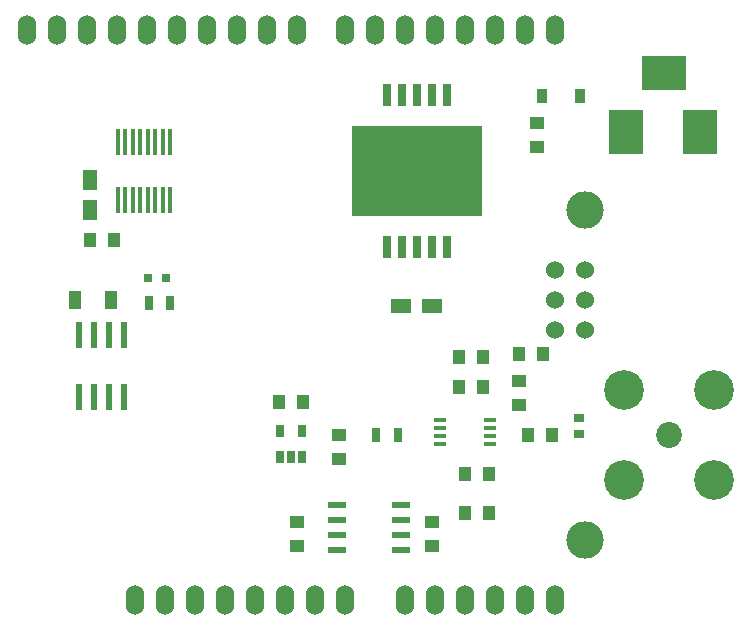
<source format=gbr>
G04 #@! TF.GenerationSoftware,KiCad,Pcbnew,5.1.4-5.1.4*
G04 #@! TF.CreationDate,2019-11-06T19:06:23+01:00*
G04 #@! TF.ProjectId,satscanner,73617473-6361-46e6-9e65-722e6b696361,rev?*
G04 #@! TF.SameCoordinates,Original*
G04 #@! TF.FileFunction,Soldermask,Top*
G04 #@! TF.FilePolarity,Negative*
%FSLAX46Y46*%
G04 Gerber Fmt 4.6, Leading zero omitted, Abs format (unit mm)*
G04 Created by KiCad (PCBNEW 5.1.4-5.1.4) date 2019-11-06 19:06:23*
%MOMM*%
%LPD*%
G04 APERTURE LIST*
%ADD10O,1.524000X2.540000*%
%ADD11C,3.175000*%
%ADD12C,1.524000*%
%ADD13R,1.250000X1.000000*%
%ADD14R,0.419100X2.200000*%
%ADD15R,1.800000X1.230000*%
%ADD16R,1.000000X1.250000*%
%ADD17R,1.230000X1.800000*%
%ADD18R,3.000000X3.700000*%
%ADD19R,3.700000X3.000000*%
%ADD20R,0.910000X1.220000*%
%ADD21R,0.899160X0.698500*%
%ADD22C,3.360000*%
%ADD23C,2.190000*%
%ADD24R,0.797560X1.198880*%
%ADD25R,0.730000X1.950000*%
%ADD26R,11.000000X7.600000*%
%ADD27R,1.100000X0.400000*%
%ADD28R,0.599440X2.199640*%
%ADD29R,0.800000X0.750000*%
%ADD30R,1.000000X1.600000*%
%ADD31R,1.550000X0.600000*%
%ADD32R,0.650000X1.060000*%
G04 APERTURE END LIST*
D10*
X166370000Y-124206000D03*
X163830000Y-124206000D03*
X161290000Y-124206000D03*
X153670000Y-124206000D03*
X156210000Y-124206000D03*
X158750000Y-124206000D03*
X148590000Y-124206000D03*
X146050000Y-124206000D03*
X143510000Y-124206000D03*
X138430000Y-124206000D03*
X135890000Y-124206000D03*
X166370000Y-75946000D03*
X163830000Y-75946000D03*
X161290000Y-75946000D03*
X158750000Y-75946000D03*
X156210000Y-75946000D03*
X153670000Y-75946000D03*
X151130000Y-75946000D03*
X148590000Y-75946000D03*
X144526000Y-75946000D03*
X141986000Y-75946000D03*
X139446000Y-75946000D03*
X136906000Y-75946000D03*
X134366000Y-75946000D03*
X131826000Y-75946000D03*
X129286000Y-75946000D03*
X126746000Y-75946000D03*
X140970000Y-124206000D03*
D11*
X168910000Y-119126000D03*
X168910000Y-91186000D03*
D10*
X124206000Y-75946000D03*
X121666000Y-75946000D03*
X133350000Y-124206000D03*
X130810000Y-124206000D03*
D12*
X166370000Y-96266000D03*
X168910000Y-96266000D03*
X166370000Y-98806000D03*
X168910000Y-98806000D03*
X166370000Y-101346000D03*
X168910000Y-101346000D03*
D13*
X163322000Y-107680000D03*
X163322000Y-105680000D03*
D14*
X129349500Y-85407500D03*
X129349500Y-90360500D03*
X129984500Y-85407500D03*
X129984500Y-90360500D03*
X130619500Y-85407500D03*
X130619500Y-90360500D03*
X131254500Y-85407500D03*
X131254500Y-90360500D03*
X131889500Y-85407500D03*
X131889500Y-90360500D03*
X132524500Y-85407500D03*
X132524500Y-90360500D03*
X133159500Y-85407500D03*
X133159500Y-90360500D03*
X133794500Y-85407500D03*
X133794500Y-90360500D03*
D13*
X164846000Y-83836000D03*
X164846000Y-85836000D03*
D15*
X155996000Y-99314000D03*
X153376000Y-99314000D03*
D16*
X165338000Y-103378000D03*
X163338000Y-103378000D03*
X164100000Y-110236000D03*
X166100000Y-110236000D03*
X158258000Y-103632000D03*
X160258000Y-103632000D03*
X158258000Y-106172000D03*
X160258000Y-106172000D03*
X158766000Y-116840000D03*
X160766000Y-116840000D03*
X158766000Y-113538000D03*
X160766000Y-113538000D03*
X129016000Y-93726000D03*
X127016000Y-93726000D03*
D17*
X127000000Y-88606000D03*
X127000000Y-91226000D03*
D18*
X178682000Y-84582000D03*
D19*
X175582000Y-79582000D03*
D18*
X172382000Y-84582000D03*
D20*
X165243000Y-81534000D03*
X168513000Y-81534000D03*
D21*
X168402000Y-108826300D03*
X168402000Y-110121700D03*
D22*
X172212000Y-114046000D03*
X179832000Y-114046000D03*
X179832000Y-106426000D03*
X172212000Y-106426000D03*
D23*
X176022000Y-110236000D03*
D24*
X151246840Y-110236000D03*
X153045160Y-110236000D03*
X132000840Y-99050000D03*
X133799160Y-99050000D03*
D25*
X157226000Y-94359000D03*
X157226000Y-81409000D03*
X155956000Y-94359000D03*
X155956000Y-81409000D03*
X154686000Y-94359000D03*
X154686000Y-81409000D03*
X153416000Y-94359000D03*
X153416000Y-81409000D03*
X152146000Y-94359000D03*
X152146000Y-81409000D03*
D26*
X154686000Y-87884000D03*
D27*
X160900000Y-110957000D03*
X160900000Y-110307000D03*
X160900000Y-109657000D03*
X160900000Y-109007000D03*
X156600000Y-109007000D03*
X156600000Y-109657000D03*
X156600000Y-110307000D03*
X156600000Y-110957000D03*
D28*
X129921000Y-101795580D03*
X128651000Y-101795580D03*
X126111000Y-101795580D03*
X129921000Y-106992420D03*
X128651000Y-106992420D03*
X126111000Y-106992420D03*
X127381000Y-101795580D03*
X127381000Y-106992420D03*
D13*
X144526000Y-119618000D03*
X144526000Y-117618000D03*
X155956000Y-117618000D03*
X155956000Y-119618000D03*
X148082000Y-110252000D03*
X148082000Y-112252000D03*
D16*
X143018000Y-107442000D03*
X145018000Y-107442000D03*
D29*
X131950000Y-96950000D03*
X133450000Y-96950000D03*
D30*
X128754000Y-98806000D03*
X125754000Y-98806000D03*
D31*
X153322000Y-120015000D03*
X153322000Y-118745000D03*
X153322000Y-117475000D03*
X153322000Y-116205000D03*
X147922000Y-116205000D03*
X147922000Y-117475000D03*
X147922000Y-118745000D03*
X147922000Y-120015000D03*
D32*
X143068000Y-109898000D03*
X144968000Y-109898000D03*
X144968000Y-112098000D03*
X144018000Y-112098000D03*
X143068000Y-112098000D03*
M02*

</source>
